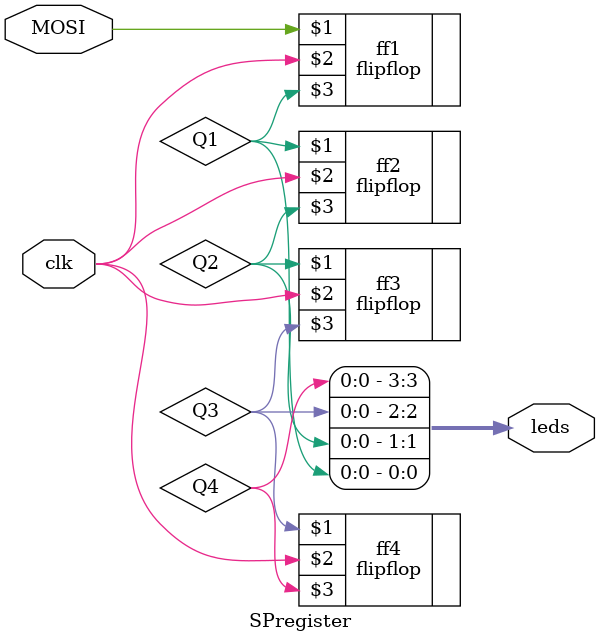
<source format=sv>

module SPregister(input MOSI, clk,
						output reg[3:0] leds);
						
	wire Q1, Q2, Q3, Q4;
						
	flipflop ff1(MOSI, clk, Q1);
	
	assign leds[0] = Q1;
	
	flipflop ff2(Q1, clk, Q2);
	
	assign leds[1] = Q2;
	
	flipflop ff3(Q2, clk, Q3);
	
	assign leds[2] = Q3;
	
	flipflop ff4(Q3, clk, Q4);
	
	assign leds[3] = Q4;
		

endmodule
</source>
